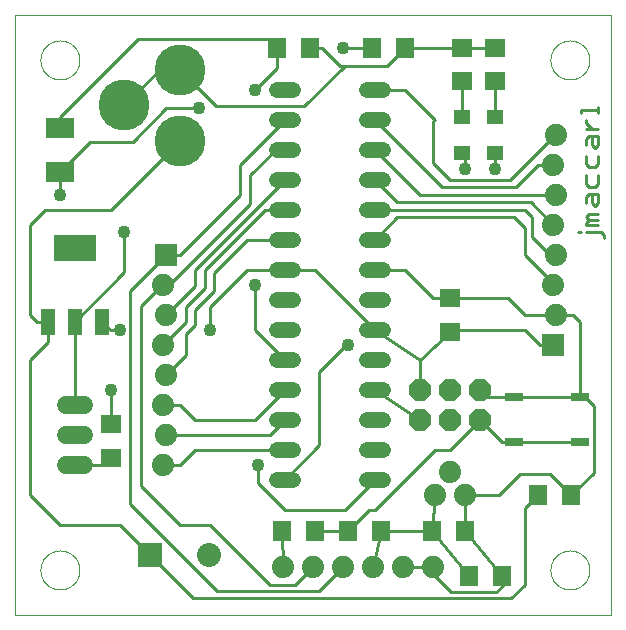
<source format=gtl>
G75*
%MOIN*%
%OFA0B0*%
%FSLAX25Y25*%
%IPPOS*%
%LPD*%
%AMOC8*
5,1,8,0,0,1.08239X$1,22.5*
%
%ADD10C,0.00000*%
%ADD11C,0.01100*%
%ADD12R,0.06299X0.07087*%
%ADD13R,0.07087X0.06299*%
%ADD14R,0.07400X0.07400*%
%ADD15C,0.07400*%
%ADD16OC8,0.07400*%
%ADD17C,0.17000*%
%ADD18R,0.08000X0.08000*%
%ADD19C,0.08000*%
%ADD20R,0.05512X0.04724*%
%ADD21C,0.06000*%
%ADD22R,0.06000X0.03000*%
%ADD23R,0.04800X0.08800*%
%ADD24R,0.14173X0.08661*%
%ADD25C,0.05200*%
%ADD26R,0.09449X0.06693*%
%ADD27C,0.04356*%
%ADD28C,0.01000*%
D10*
X0108333Y0001000D02*
X0108333Y0200961D01*
X0307034Y0200961D01*
X0307034Y0001000D01*
X0108333Y0001000D01*
X0116833Y0016000D02*
X0116835Y0016161D01*
X0116841Y0016321D01*
X0116851Y0016482D01*
X0116865Y0016642D01*
X0116883Y0016802D01*
X0116904Y0016961D01*
X0116930Y0017120D01*
X0116960Y0017278D01*
X0116993Y0017435D01*
X0117031Y0017592D01*
X0117072Y0017747D01*
X0117117Y0017901D01*
X0117166Y0018054D01*
X0117219Y0018206D01*
X0117275Y0018357D01*
X0117336Y0018506D01*
X0117399Y0018654D01*
X0117467Y0018800D01*
X0117538Y0018944D01*
X0117612Y0019086D01*
X0117690Y0019227D01*
X0117772Y0019365D01*
X0117857Y0019502D01*
X0117945Y0019636D01*
X0118037Y0019768D01*
X0118132Y0019898D01*
X0118230Y0020026D01*
X0118331Y0020151D01*
X0118435Y0020273D01*
X0118542Y0020393D01*
X0118652Y0020510D01*
X0118765Y0020625D01*
X0118881Y0020736D01*
X0119000Y0020845D01*
X0119121Y0020950D01*
X0119245Y0021053D01*
X0119371Y0021153D01*
X0119499Y0021249D01*
X0119630Y0021342D01*
X0119764Y0021432D01*
X0119899Y0021519D01*
X0120037Y0021602D01*
X0120176Y0021682D01*
X0120318Y0021758D01*
X0120461Y0021831D01*
X0120606Y0021900D01*
X0120753Y0021966D01*
X0120901Y0022028D01*
X0121051Y0022086D01*
X0121202Y0022141D01*
X0121355Y0022192D01*
X0121509Y0022239D01*
X0121664Y0022282D01*
X0121820Y0022321D01*
X0121976Y0022357D01*
X0122134Y0022388D01*
X0122292Y0022416D01*
X0122451Y0022440D01*
X0122611Y0022460D01*
X0122771Y0022476D01*
X0122931Y0022488D01*
X0123092Y0022496D01*
X0123253Y0022500D01*
X0123413Y0022500D01*
X0123574Y0022496D01*
X0123735Y0022488D01*
X0123895Y0022476D01*
X0124055Y0022460D01*
X0124215Y0022440D01*
X0124374Y0022416D01*
X0124532Y0022388D01*
X0124690Y0022357D01*
X0124846Y0022321D01*
X0125002Y0022282D01*
X0125157Y0022239D01*
X0125311Y0022192D01*
X0125464Y0022141D01*
X0125615Y0022086D01*
X0125765Y0022028D01*
X0125913Y0021966D01*
X0126060Y0021900D01*
X0126205Y0021831D01*
X0126348Y0021758D01*
X0126490Y0021682D01*
X0126629Y0021602D01*
X0126767Y0021519D01*
X0126902Y0021432D01*
X0127036Y0021342D01*
X0127167Y0021249D01*
X0127295Y0021153D01*
X0127421Y0021053D01*
X0127545Y0020950D01*
X0127666Y0020845D01*
X0127785Y0020736D01*
X0127901Y0020625D01*
X0128014Y0020510D01*
X0128124Y0020393D01*
X0128231Y0020273D01*
X0128335Y0020151D01*
X0128436Y0020026D01*
X0128534Y0019898D01*
X0128629Y0019768D01*
X0128721Y0019636D01*
X0128809Y0019502D01*
X0128894Y0019365D01*
X0128976Y0019227D01*
X0129054Y0019086D01*
X0129128Y0018944D01*
X0129199Y0018800D01*
X0129267Y0018654D01*
X0129330Y0018506D01*
X0129391Y0018357D01*
X0129447Y0018206D01*
X0129500Y0018054D01*
X0129549Y0017901D01*
X0129594Y0017747D01*
X0129635Y0017592D01*
X0129673Y0017435D01*
X0129706Y0017278D01*
X0129736Y0017120D01*
X0129762Y0016961D01*
X0129783Y0016802D01*
X0129801Y0016642D01*
X0129815Y0016482D01*
X0129825Y0016321D01*
X0129831Y0016161D01*
X0129833Y0016000D01*
X0129831Y0015839D01*
X0129825Y0015679D01*
X0129815Y0015518D01*
X0129801Y0015358D01*
X0129783Y0015198D01*
X0129762Y0015039D01*
X0129736Y0014880D01*
X0129706Y0014722D01*
X0129673Y0014565D01*
X0129635Y0014408D01*
X0129594Y0014253D01*
X0129549Y0014099D01*
X0129500Y0013946D01*
X0129447Y0013794D01*
X0129391Y0013643D01*
X0129330Y0013494D01*
X0129267Y0013346D01*
X0129199Y0013200D01*
X0129128Y0013056D01*
X0129054Y0012914D01*
X0128976Y0012773D01*
X0128894Y0012635D01*
X0128809Y0012498D01*
X0128721Y0012364D01*
X0128629Y0012232D01*
X0128534Y0012102D01*
X0128436Y0011974D01*
X0128335Y0011849D01*
X0128231Y0011727D01*
X0128124Y0011607D01*
X0128014Y0011490D01*
X0127901Y0011375D01*
X0127785Y0011264D01*
X0127666Y0011155D01*
X0127545Y0011050D01*
X0127421Y0010947D01*
X0127295Y0010847D01*
X0127167Y0010751D01*
X0127036Y0010658D01*
X0126902Y0010568D01*
X0126767Y0010481D01*
X0126629Y0010398D01*
X0126490Y0010318D01*
X0126348Y0010242D01*
X0126205Y0010169D01*
X0126060Y0010100D01*
X0125913Y0010034D01*
X0125765Y0009972D01*
X0125615Y0009914D01*
X0125464Y0009859D01*
X0125311Y0009808D01*
X0125157Y0009761D01*
X0125002Y0009718D01*
X0124846Y0009679D01*
X0124690Y0009643D01*
X0124532Y0009612D01*
X0124374Y0009584D01*
X0124215Y0009560D01*
X0124055Y0009540D01*
X0123895Y0009524D01*
X0123735Y0009512D01*
X0123574Y0009504D01*
X0123413Y0009500D01*
X0123253Y0009500D01*
X0123092Y0009504D01*
X0122931Y0009512D01*
X0122771Y0009524D01*
X0122611Y0009540D01*
X0122451Y0009560D01*
X0122292Y0009584D01*
X0122134Y0009612D01*
X0121976Y0009643D01*
X0121820Y0009679D01*
X0121664Y0009718D01*
X0121509Y0009761D01*
X0121355Y0009808D01*
X0121202Y0009859D01*
X0121051Y0009914D01*
X0120901Y0009972D01*
X0120753Y0010034D01*
X0120606Y0010100D01*
X0120461Y0010169D01*
X0120318Y0010242D01*
X0120176Y0010318D01*
X0120037Y0010398D01*
X0119899Y0010481D01*
X0119764Y0010568D01*
X0119630Y0010658D01*
X0119499Y0010751D01*
X0119371Y0010847D01*
X0119245Y0010947D01*
X0119121Y0011050D01*
X0119000Y0011155D01*
X0118881Y0011264D01*
X0118765Y0011375D01*
X0118652Y0011490D01*
X0118542Y0011607D01*
X0118435Y0011727D01*
X0118331Y0011849D01*
X0118230Y0011974D01*
X0118132Y0012102D01*
X0118037Y0012232D01*
X0117945Y0012364D01*
X0117857Y0012498D01*
X0117772Y0012635D01*
X0117690Y0012773D01*
X0117612Y0012914D01*
X0117538Y0013056D01*
X0117467Y0013200D01*
X0117399Y0013346D01*
X0117336Y0013494D01*
X0117275Y0013643D01*
X0117219Y0013794D01*
X0117166Y0013946D01*
X0117117Y0014099D01*
X0117072Y0014253D01*
X0117031Y0014408D01*
X0116993Y0014565D01*
X0116960Y0014722D01*
X0116930Y0014880D01*
X0116904Y0015039D01*
X0116883Y0015198D01*
X0116865Y0015358D01*
X0116851Y0015518D01*
X0116841Y0015679D01*
X0116835Y0015839D01*
X0116833Y0016000D01*
X0286833Y0016000D02*
X0286835Y0016161D01*
X0286841Y0016321D01*
X0286851Y0016482D01*
X0286865Y0016642D01*
X0286883Y0016802D01*
X0286904Y0016961D01*
X0286930Y0017120D01*
X0286960Y0017278D01*
X0286993Y0017435D01*
X0287031Y0017592D01*
X0287072Y0017747D01*
X0287117Y0017901D01*
X0287166Y0018054D01*
X0287219Y0018206D01*
X0287275Y0018357D01*
X0287336Y0018506D01*
X0287399Y0018654D01*
X0287467Y0018800D01*
X0287538Y0018944D01*
X0287612Y0019086D01*
X0287690Y0019227D01*
X0287772Y0019365D01*
X0287857Y0019502D01*
X0287945Y0019636D01*
X0288037Y0019768D01*
X0288132Y0019898D01*
X0288230Y0020026D01*
X0288331Y0020151D01*
X0288435Y0020273D01*
X0288542Y0020393D01*
X0288652Y0020510D01*
X0288765Y0020625D01*
X0288881Y0020736D01*
X0289000Y0020845D01*
X0289121Y0020950D01*
X0289245Y0021053D01*
X0289371Y0021153D01*
X0289499Y0021249D01*
X0289630Y0021342D01*
X0289764Y0021432D01*
X0289899Y0021519D01*
X0290037Y0021602D01*
X0290176Y0021682D01*
X0290318Y0021758D01*
X0290461Y0021831D01*
X0290606Y0021900D01*
X0290753Y0021966D01*
X0290901Y0022028D01*
X0291051Y0022086D01*
X0291202Y0022141D01*
X0291355Y0022192D01*
X0291509Y0022239D01*
X0291664Y0022282D01*
X0291820Y0022321D01*
X0291976Y0022357D01*
X0292134Y0022388D01*
X0292292Y0022416D01*
X0292451Y0022440D01*
X0292611Y0022460D01*
X0292771Y0022476D01*
X0292931Y0022488D01*
X0293092Y0022496D01*
X0293253Y0022500D01*
X0293413Y0022500D01*
X0293574Y0022496D01*
X0293735Y0022488D01*
X0293895Y0022476D01*
X0294055Y0022460D01*
X0294215Y0022440D01*
X0294374Y0022416D01*
X0294532Y0022388D01*
X0294690Y0022357D01*
X0294846Y0022321D01*
X0295002Y0022282D01*
X0295157Y0022239D01*
X0295311Y0022192D01*
X0295464Y0022141D01*
X0295615Y0022086D01*
X0295765Y0022028D01*
X0295913Y0021966D01*
X0296060Y0021900D01*
X0296205Y0021831D01*
X0296348Y0021758D01*
X0296490Y0021682D01*
X0296629Y0021602D01*
X0296767Y0021519D01*
X0296902Y0021432D01*
X0297036Y0021342D01*
X0297167Y0021249D01*
X0297295Y0021153D01*
X0297421Y0021053D01*
X0297545Y0020950D01*
X0297666Y0020845D01*
X0297785Y0020736D01*
X0297901Y0020625D01*
X0298014Y0020510D01*
X0298124Y0020393D01*
X0298231Y0020273D01*
X0298335Y0020151D01*
X0298436Y0020026D01*
X0298534Y0019898D01*
X0298629Y0019768D01*
X0298721Y0019636D01*
X0298809Y0019502D01*
X0298894Y0019365D01*
X0298976Y0019227D01*
X0299054Y0019086D01*
X0299128Y0018944D01*
X0299199Y0018800D01*
X0299267Y0018654D01*
X0299330Y0018506D01*
X0299391Y0018357D01*
X0299447Y0018206D01*
X0299500Y0018054D01*
X0299549Y0017901D01*
X0299594Y0017747D01*
X0299635Y0017592D01*
X0299673Y0017435D01*
X0299706Y0017278D01*
X0299736Y0017120D01*
X0299762Y0016961D01*
X0299783Y0016802D01*
X0299801Y0016642D01*
X0299815Y0016482D01*
X0299825Y0016321D01*
X0299831Y0016161D01*
X0299833Y0016000D01*
X0299831Y0015839D01*
X0299825Y0015679D01*
X0299815Y0015518D01*
X0299801Y0015358D01*
X0299783Y0015198D01*
X0299762Y0015039D01*
X0299736Y0014880D01*
X0299706Y0014722D01*
X0299673Y0014565D01*
X0299635Y0014408D01*
X0299594Y0014253D01*
X0299549Y0014099D01*
X0299500Y0013946D01*
X0299447Y0013794D01*
X0299391Y0013643D01*
X0299330Y0013494D01*
X0299267Y0013346D01*
X0299199Y0013200D01*
X0299128Y0013056D01*
X0299054Y0012914D01*
X0298976Y0012773D01*
X0298894Y0012635D01*
X0298809Y0012498D01*
X0298721Y0012364D01*
X0298629Y0012232D01*
X0298534Y0012102D01*
X0298436Y0011974D01*
X0298335Y0011849D01*
X0298231Y0011727D01*
X0298124Y0011607D01*
X0298014Y0011490D01*
X0297901Y0011375D01*
X0297785Y0011264D01*
X0297666Y0011155D01*
X0297545Y0011050D01*
X0297421Y0010947D01*
X0297295Y0010847D01*
X0297167Y0010751D01*
X0297036Y0010658D01*
X0296902Y0010568D01*
X0296767Y0010481D01*
X0296629Y0010398D01*
X0296490Y0010318D01*
X0296348Y0010242D01*
X0296205Y0010169D01*
X0296060Y0010100D01*
X0295913Y0010034D01*
X0295765Y0009972D01*
X0295615Y0009914D01*
X0295464Y0009859D01*
X0295311Y0009808D01*
X0295157Y0009761D01*
X0295002Y0009718D01*
X0294846Y0009679D01*
X0294690Y0009643D01*
X0294532Y0009612D01*
X0294374Y0009584D01*
X0294215Y0009560D01*
X0294055Y0009540D01*
X0293895Y0009524D01*
X0293735Y0009512D01*
X0293574Y0009504D01*
X0293413Y0009500D01*
X0293253Y0009500D01*
X0293092Y0009504D01*
X0292931Y0009512D01*
X0292771Y0009524D01*
X0292611Y0009540D01*
X0292451Y0009560D01*
X0292292Y0009584D01*
X0292134Y0009612D01*
X0291976Y0009643D01*
X0291820Y0009679D01*
X0291664Y0009718D01*
X0291509Y0009761D01*
X0291355Y0009808D01*
X0291202Y0009859D01*
X0291051Y0009914D01*
X0290901Y0009972D01*
X0290753Y0010034D01*
X0290606Y0010100D01*
X0290461Y0010169D01*
X0290318Y0010242D01*
X0290176Y0010318D01*
X0290037Y0010398D01*
X0289899Y0010481D01*
X0289764Y0010568D01*
X0289630Y0010658D01*
X0289499Y0010751D01*
X0289371Y0010847D01*
X0289245Y0010947D01*
X0289121Y0011050D01*
X0289000Y0011155D01*
X0288881Y0011264D01*
X0288765Y0011375D01*
X0288652Y0011490D01*
X0288542Y0011607D01*
X0288435Y0011727D01*
X0288331Y0011849D01*
X0288230Y0011974D01*
X0288132Y0012102D01*
X0288037Y0012232D01*
X0287945Y0012364D01*
X0287857Y0012498D01*
X0287772Y0012635D01*
X0287690Y0012773D01*
X0287612Y0012914D01*
X0287538Y0013056D01*
X0287467Y0013200D01*
X0287399Y0013346D01*
X0287336Y0013494D01*
X0287275Y0013643D01*
X0287219Y0013794D01*
X0287166Y0013946D01*
X0287117Y0014099D01*
X0287072Y0014253D01*
X0287031Y0014408D01*
X0286993Y0014565D01*
X0286960Y0014722D01*
X0286930Y0014880D01*
X0286904Y0015039D01*
X0286883Y0015198D01*
X0286865Y0015358D01*
X0286851Y0015518D01*
X0286841Y0015679D01*
X0286835Y0015839D01*
X0286833Y0016000D01*
X0286833Y0186000D02*
X0286835Y0186161D01*
X0286841Y0186321D01*
X0286851Y0186482D01*
X0286865Y0186642D01*
X0286883Y0186802D01*
X0286904Y0186961D01*
X0286930Y0187120D01*
X0286960Y0187278D01*
X0286993Y0187435D01*
X0287031Y0187592D01*
X0287072Y0187747D01*
X0287117Y0187901D01*
X0287166Y0188054D01*
X0287219Y0188206D01*
X0287275Y0188357D01*
X0287336Y0188506D01*
X0287399Y0188654D01*
X0287467Y0188800D01*
X0287538Y0188944D01*
X0287612Y0189086D01*
X0287690Y0189227D01*
X0287772Y0189365D01*
X0287857Y0189502D01*
X0287945Y0189636D01*
X0288037Y0189768D01*
X0288132Y0189898D01*
X0288230Y0190026D01*
X0288331Y0190151D01*
X0288435Y0190273D01*
X0288542Y0190393D01*
X0288652Y0190510D01*
X0288765Y0190625D01*
X0288881Y0190736D01*
X0289000Y0190845D01*
X0289121Y0190950D01*
X0289245Y0191053D01*
X0289371Y0191153D01*
X0289499Y0191249D01*
X0289630Y0191342D01*
X0289764Y0191432D01*
X0289899Y0191519D01*
X0290037Y0191602D01*
X0290176Y0191682D01*
X0290318Y0191758D01*
X0290461Y0191831D01*
X0290606Y0191900D01*
X0290753Y0191966D01*
X0290901Y0192028D01*
X0291051Y0192086D01*
X0291202Y0192141D01*
X0291355Y0192192D01*
X0291509Y0192239D01*
X0291664Y0192282D01*
X0291820Y0192321D01*
X0291976Y0192357D01*
X0292134Y0192388D01*
X0292292Y0192416D01*
X0292451Y0192440D01*
X0292611Y0192460D01*
X0292771Y0192476D01*
X0292931Y0192488D01*
X0293092Y0192496D01*
X0293253Y0192500D01*
X0293413Y0192500D01*
X0293574Y0192496D01*
X0293735Y0192488D01*
X0293895Y0192476D01*
X0294055Y0192460D01*
X0294215Y0192440D01*
X0294374Y0192416D01*
X0294532Y0192388D01*
X0294690Y0192357D01*
X0294846Y0192321D01*
X0295002Y0192282D01*
X0295157Y0192239D01*
X0295311Y0192192D01*
X0295464Y0192141D01*
X0295615Y0192086D01*
X0295765Y0192028D01*
X0295913Y0191966D01*
X0296060Y0191900D01*
X0296205Y0191831D01*
X0296348Y0191758D01*
X0296490Y0191682D01*
X0296629Y0191602D01*
X0296767Y0191519D01*
X0296902Y0191432D01*
X0297036Y0191342D01*
X0297167Y0191249D01*
X0297295Y0191153D01*
X0297421Y0191053D01*
X0297545Y0190950D01*
X0297666Y0190845D01*
X0297785Y0190736D01*
X0297901Y0190625D01*
X0298014Y0190510D01*
X0298124Y0190393D01*
X0298231Y0190273D01*
X0298335Y0190151D01*
X0298436Y0190026D01*
X0298534Y0189898D01*
X0298629Y0189768D01*
X0298721Y0189636D01*
X0298809Y0189502D01*
X0298894Y0189365D01*
X0298976Y0189227D01*
X0299054Y0189086D01*
X0299128Y0188944D01*
X0299199Y0188800D01*
X0299267Y0188654D01*
X0299330Y0188506D01*
X0299391Y0188357D01*
X0299447Y0188206D01*
X0299500Y0188054D01*
X0299549Y0187901D01*
X0299594Y0187747D01*
X0299635Y0187592D01*
X0299673Y0187435D01*
X0299706Y0187278D01*
X0299736Y0187120D01*
X0299762Y0186961D01*
X0299783Y0186802D01*
X0299801Y0186642D01*
X0299815Y0186482D01*
X0299825Y0186321D01*
X0299831Y0186161D01*
X0299833Y0186000D01*
X0299831Y0185839D01*
X0299825Y0185679D01*
X0299815Y0185518D01*
X0299801Y0185358D01*
X0299783Y0185198D01*
X0299762Y0185039D01*
X0299736Y0184880D01*
X0299706Y0184722D01*
X0299673Y0184565D01*
X0299635Y0184408D01*
X0299594Y0184253D01*
X0299549Y0184099D01*
X0299500Y0183946D01*
X0299447Y0183794D01*
X0299391Y0183643D01*
X0299330Y0183494D01*
X0299267Y0183346D01*
X0299199Y0183200D01*
X0299128Y0183056D01*
X0299054Y0182914D01*
X0298976Y0182773D01*
X0298894Y0182635D01*
X0298809Y0182498D01*
X0298721Y0182364D01*
X0298629Y0182232D01*
X0298534Y0182102D01*
X0298436Y0181974D01*
X0298335Y0181849D01*
X0298231Y0181727D01*
X0298124Y0181607D01*
X0298014Y0181490D01*
X0297901Y0181375D01*
X0297785Y0181264D01*
X0297666Y0181155D01*
X0297545Y0181050D01*
X0297421Y0180947D01*
X0297295Y0180847D01*
X0297167Y0180751D01*
X0297036Y0180658D01*
X0296902Y0180568D01*
X0296767Y0180481D01*
X0296629Y0180398D01*
X0296490Y0180318D01*
X0296348Y0180242D01*
X0296205Y0180169D01*
X0296060Y0180100D01*
X0295913Y0180034D01*
X0295765Y0179972D01*
X0295615Y0179914D01*
X0295464Y0179859D01*
X0295311Y0179808D01*
X0295157Y0179761D01*
X0295002Y0179718D01*
X0294846Y0179679D01*
X0294690Y0179643D01*
X0294532Y0179612D01*
X0294374Y0179584D01*
X0294215Y0179560D01*
X0294055Y0179540D01*
X0293895Y0179524D01*
X0293735Y0179512D01*
X0293574Y0179504D01*
X0293413Y0179500D01*
X0293253Y0179500D01*
X0293092Y0179504D01*
X0292931Y0179512D01*
X0292771Y0179524D01*
X0292611Y0179540D01*
X0292451Y0179560D01*
X0292292Y0179584D01*
X0292134Y0179612D01*
X0291976Y0179643D01*
X0291820Y0179679D01*
X0291664Y0179718D01*
X0291509Y0179761D01*
X0291355Y0179808D01*
X0291202Y0179859D01*
X0291051Y0179914D01*
X0290901Y0179972D01*
X0290753Y0180034D01*
X0290606Y0180100D01*
X0290461Y0180169D01*
X0290318Y0180242D01*
X0290176Y0180318D01*
X0290037Y0180398D01*
X0289899Y0180481D01*
X0289764Y0180568D01*
X0289630Y0180658D01*
X0289499Y0180751D01*
X0289371Y0180847D01*
X0289245Y0180947D01*
X0289121Y0181050D01*
X0289000Y0181155D01*
X0288881Y0181264D01*
X0288765Y0181375D01*
X0288652Y0181490D01*
X0288542Y0181607D01*
X0288435Y0181727D01*
X0288331Y0181849D01*
X0288230Y0181974D01*
X0288132Y0182102D01*
X0288037Y0182232D01*
X0287945Y0182364D01*
X0287857Y0182498D01*
X0287772Y0182635D01*
X0287690Y0182773D01*
X0287612Y0182914D01*
X0287538Y0183056D01*
X0287467Y0183200D01*
X0287399Y0183346D01*
X0287336Y0183494D01*
X0287275Y0183643D01*
X0287219Y0183794D01*
X0287166Y0183946D01*
X0287117Y0184099D01*
X0287072Y0184253D01*
X0287031Y0184408D01*
X0286993Y0184565D01*
X0286960Y0184722D01*
X0286930Y0184880D01*
X0286904Y0185039D01*
X0286883Y0185198D01*
X0286865Y0185358D01*
X0286851Y0185518D01*
X0286841Y0185679D01*
X0286835Y0185839D01*
X0286833Y0186000D01*
X0116833Y0186000D02*
X0116835Y0186161D01*
X0116841Y0186321D01*
X0116851Y0186482D01*
X0116865Y0186642D01*
X0116883Y0186802D01*
X0116904Y0186961D01*
X0116930Y0187120D01*
X0116960Y0187278D01*
X0116993Y0187435D01*
X0117031Y0187592D01*
X0117072Y0187747D01*
X0117117Y0187901D01*
X0117166Y0188054D01*
X0117219Y0188206D01*
X0117275Y0188357D01*
X0117336Y0188506D01*
X0117399Y0188654D01*
X0117467Y0188800D01*
X0117538Y0188944D01*
X0117612Y0189086D01*
X0117690Y0189227D01*
X0117772Y0189365D01*
X0117857Y0189502D01*
X0117945Y0189636D01*
X0118037Y0189768D01*
X0118132Y0189898D01*
X0118230Y0190026D01*
X0118331Y0190151D01*
X0118435Y0190273D01*
X0118542Y0190393D01*
X0118652Y0190510D01*
X0118765Y0190625D01*
X0118881Y0190736D01*
X0119000Y0190845D01*
X0119121Y0190950D01*
X0119245Y0191053D01*
X0119371Y0191153D01*
X0119499Y0191249D01*
X0119630Y0191342D01*
X0119764Y0191432D01*
X0119899Y0191519D01*
X0120037Y0191602D01*
X0120176Y0191682D01*
X0120318Y0191758D01*
X0120461Y0191831D01*
X0120606Y0191900D01*
X0120753Y0191966D01*
X0120901Y0192028D01*
X0121051Y0192086D01*
X0121202Y0192141D01*
X0121355Y0192192D01*
X0121509Y0192239D01*
X0121664Y0192282D01*
X0121820Y0192321D01*
X0121976Y0192357D01*
X0122134Y0192388D01*
X0122292Y0192416D01*
X0122451Y0192440D01*
X0122611Y0192460D01*
X0122771Y0192476D01*
X0122931Y0192488D01*
X0123092Y0192496D01*
X0123253Y0192500D01*
X0123413Y0192500D01*
X0123574Y0192496D01*
X0123735Y0192488D01*
X0123895Y0192476D01*
X0124055Y0192460D01*
X0124215Y0192440D01*
X0124374Y0192416D01*
X0124532Y0192388D01*
X0124690Y0192357D01*
X0124846Y0192321D01*
X0125002Y0192282D01*
X0125157Y0192239D01*
X0125311Y0192192D01*
X0125464Y0192141D01*
X0125615Y0192086D01*
X0125765Y0192028D01*
X0125913Y0191966D01*
X0126060Y0191900D01*
X0126205Y0191831D01*
X0126348Y0191758D01*
X0126490Y0191682D01*
X0126629Y0191602D01*
X0126767Y0191519D01*
X0126902Y0191432D01*
X0127036Y0191342D01*
X0127167Y0191249D01*
X0127295Y0191153D01*
X0127421Y0191053D01*
X0127545Y0190950D01*
X0127666Y0190845D01*
X0127785Y0190736D01*
X0127901Y0190625D01*
X0128014Y0190510D01*
X0128124Y0190393D01*
X0128231Y0190273D01*
X0128335Y0190151D01*
X0128436Y0190026D01*
X0128534Y0189898D01*
X0128629Y0189768D01*
X0128721Y0189636D01*
X0128809Y0189502D01*
X0128894Y0189365D01*
X0128976Y0189227D01*
X0129054Y0189086D01*
X0129128Y0188944D01*
X0129199Y0188800D01*
X0129267Y0188654D01*
X0129330Y0188506D01*
X0129391Y0188357D01*
X0129447Y0188206D01*
X0129500Y0188054D01*
X0129549Y0187901D01*
X0129594Y0187747D01*
X0129635Y0187592D01*
X0129673Y0187435D01*
X0129706Y0187278D01*
X0129736Y0187120D01*
X0129762Y0186961D01*
X0129783Y0186802D01*
X0129801Y0186642D01*
X0129815Y0186482D01*
X0129825Y0186321D01*
X0129831Y0186161D01*
X0129833Y0186000D01*
X0129831Y0185839D01*
X0129825Y0185679D01*
X0129815Y0185518D01*
X0129801Y0185358D01*
X0129783Y0185198D01*
X0129762Y0185039D01*
X0129736Y0184880D01*
X0129706Y0184722D01*
X0129673Y0184565D01*
X0129635Y0184408D01*
X0129594Y0184253D01*
X0129549Y0184099D01*
X0129500Y0183946D01*
X0129447Y0183794D01*
X0129391Y0183643D01*
X0129330Y0183494D01*
X0129267Y0183346D01*
X0129199Y0183200D01*
X0129128Y0183056D01*
X0129054Y0182914D01*
X0128976Y0182773D01*
X0128894Y0182635D01*
X0128809Y0182498D01*
X0128721Y0182364D01*
X0128629Y0182232D01*
X0128534Y0182102D01*
X0128436Y0181974D01*
X0128335Y0181849D01*
X0128231Y0181727D01*
X0128124Y0181607D01*
X0128014Y0181490D01*
X0127901Y0181375D01*
X0127785Y0181264D01*
X0127666Y0181155D01*
X0127545Y0181050D01*
X0127421Y0180947D01*
X0127295Y0180847D01*
X0127167Y0180751D01*
X0127036Y0180658D01*
X0126902Y0180568D01*
X0126767Y0180481D01*
X0126629Y0180398D01*
X0126490Y0180318D01*
X0126348Y0180242D01*
X0126205Y0180169D01*
X0126060Y0180100D01*
X0125913Y0180034D01*
X0125765Y0179972D01*
X0125615Y0179914D01*
X0125464Y0179859D01*
X0125311Y0179808D01*
X0125157Y0179761D01*
X0125002Y0179718D01*
X0124846Y0179679D01*
X0124690Y0179643D01*
X0124532Y0179612D01*
X0124374Y0179584D01*
X0124215Y0179560D01*
X0124055Y0179540D01*
X0123895Y0179524D01*
X0123735Y0179512D01*
X0123574Y0179504D01*
X0123413Y0179500D01*
X0123253Y0179500D01*
X0123092Y0179504D01*
X0122931Y0179512D01*
X0122771Y0179524D01*
X0122611Y0179540D01*
X0122451Y0179560D01*
X0122292Y0179584D01*
X0122134Y0179612D01*
X0121976Y0179643D01*
X0121820Y0179679D01*
X0121664Y0179718D01*
X0121509Y0179761D01*
X0121355Y0179808D01*
X0121202Y0179859D01*
X0121051Y0179914D01*
X0120901Y0179972D01*
X0120753Y0180034D01*
X0120606Y0180100D01*
X0120461Y0180169D01*
X0120318Y0180242D01*
X0120176Y0180318D01*
X0120037Y0180398D01*
X0119899Y0180481D01*
X0119764Y0180568D01*
X0119630Y0180658D01*
X0119499Y0180751D01*
X0119371Y0180847D01*
X0119245Y0180947D01*
X0119121Y0181050D01*
X0119000Y0181155D01*
X0118881Y0181264D01*
X0118765Y0181375D01*
X0118652Y0181490D01*
X0118542Y0181607D01*
X0118435Y0181727D01*
X0118331Y0181849D01*
X0118230Y0181974D01*
X0118132Y0182102D01*
X0118037Y0182232D01*
X0117945Y0182364D01*
X0117857Y0182498D01*
X0117772Y0182635D01*
X0117690Y0182773D01*
X0117612Y0182914D01*
X0117538Y0183056D01*
X0117467Y0183200D01*
X0117399Y0183346D01*
X0117336Y0183494D01*
X0117275Y0183643D01*
X0117219Y0183794D01*
X0117166Y0183946D01*
X0117117Y0184099D01*
X0117072Y0184253D01*
X0117031Y0184408D01*
X0116993Y0184565D01*
X0116960Y0184722D01*
X0116930Y0184880D01*
X0116904Y0185039D01*
X0116883Y0185198D01*
X0116865Y0185358D01*
X0116851Y0185518D01*
X0116841Y0185679D01*
X0116835Y0185839D01*
X0116833Y0186000D01*
D11*
X0295894Y0128518D02*
X0296878Y0128518D01*
X0298847Y0128518D02*
X0303767Y0128518D01*
X0304752Y0127534D01*
X0304752Y0126550D01*
X0302783Y0130847D02*
X0298847Y0130847D01*
X0298847Y0131831D01*
X0299831Y0132815D01*
X0298847Y0133800D01*
X0299831Y0134784D01*
X0302783Y0134784D01*
X0302783Y0132815D02*
X0299831Y0132815D01*
X0301799Y0137292D02*
X0300815Y0138277D01*
X0300815Y0141229D01*
X0299831Y0141229D02*
X0302783Y0141229D01*
X0302783Y0138277D01*
X0301799Y0137292D01*
X0298847Y0138277D02*
X0298847Y0140245D01*
X0299831Y0141229D01*
X0299831Y0143738D02*
X0301799Y0143738D01*
X0302783Y0144722D01*
X0302783Y0147675D01*
X0301799Y0150183D02*
X0299831Y0150183D01*
X0298847Y0151168D01*
X0298847Y0154120D01*
X0298847Y0157613D02*
X0298847Y0159582D01*
X0299831Y0160566D01*
X0302783Y0160566D01*
X0302783Y0157613D01*
X0301799Y0156629D01*
X0300815Y0157613D01*
X0300815Y0160566D01*
X0300815Y0163074D02*
X0298847Y0165043D01*
X0298847Y0166027D01*
X0296878Y0168446D02*
X0296878Y0169430D01*
X0302783Y0169430D01*
X0302783Y0168446D02*
X0302783Y0170414D01*
X0302783Y0163074D02*
X0298847Y0163074D01*
X0302783Y0154120D02*
X0302783Y0151168D01*
X0301799Y0150183D01*
X0298847Y0147675D02*
X0298847Y0144722D01*
X0299831Y0143738D01*
D12*
X0238345Y0190000D03*
X0227322Y0190000D03*
X0206845Y0190000D03*
X0195822Y0190000D03*
X0282822Y0041000D03*
X0293845Y0041000D03*
X0258345Y0029000D03*
X0247322Y0029000D03*
X0230345Y0029000D03*
X0219322Y0029000D03*
X0208345Y0029000D03*
X0197322Y0029000D03*
X0259822Y0014000D03*
X0270845Y0014000D03*
D13*
X0140333Y0053488D03*
X0140333Y0064512D03*
X0253333Y0095488D03*
X0253333Y0106512D03*
X0257333Y0178988D03*
X0268333Y0178988D03*
X0268333Y0190012D03*
X0257333Y0190012D03*
D14*
X0158833Y0121000D03*
X0287833Y0091000D03*
D15*
X0288833Y0101000D03*
X0287833Y0111000D03*
X0288833Y0121000D03*
X0287833Y0131000D03*
X0288833Y0141000D03*
X0287833Y0151000D03*
X0288833Y0161000D03*
X0157833Y0111000D03*
X0158833Y0101000D03*
X0157833Y0091000D03*
X0158833Y0081000D03*
X0157833Y0071000D03*
X0158833Y0061000D03*
X0157833Y0051000D03*
X0197833Y0017000D03*
X0207833Y0017000D03*
X0217833Y0017000D03*
X0227833Y0017000D03*
X0237833Y0017000D03*
X0247833Y0017000D03*
X0248333Y0041000D03*
X0253333Y0048500D03*
X0258333Y0041000D03*
D16*
X0253333Y0066000D03*
X0243333Y0066000D03*
X0243333Y0076000D03*
X0253333Y0076000D03*
X0263333Y0076000D03*
X0263333Y0066000D03*
D17*
X0163333Y0159063D03*
X0144829Y0170874D03*
X0163333Y0182685D03*
D18*
X0153333Y0021000D03*
D19*
X0173018Y0021000D03*
D20*
X0257333Y0155094D03*
X0268333Y0155094D03*
X0268333Y0166906D03*
X0257333Y0166906D03*
D21*
X0131333Y0071000D02*
X0125333Y0071000D01*
X0125333Y0061000D02*
X0131333Y0061000D01*
X0131333Y0051000D02*
X0125333Y0051000D01*
D22*
X0274833Y0058500D03*
X0274833Y0073500D03*
X0296833Y0073500D03*
X0296833Y0058500D03*
D23*
X0137433Y0098800D03*
X0128333Y0098800D03*
X0119233Y0098800D03*
D24*
X0128333Y0123201D03*
D25*
X0195733Y0126000D02*
X0200933Y0126000D01*
X0200933Y0116000D02*
X0195733Y0116000D01*
X0195733Y0106000D02*
X0200933Y0106000D01*
X0200933Y0096000D02*
X0195733Y0096000D01*
X0195733Y0086000D02*
X0200933Y0086000D01*
X0200933Y0076000D02*
X0195733Y0076000D01*
X0195733Y0066000D02*
X0200933Y0066000D01*
X0200933Y0056000D02*
X0195733Y0056000D01*
X0195733Y0046000D02*
X0200933Y0046000D01*
X0225733Y0046000D02*
X0230933Y0046000D01*
X0230933Y0056000D02*
X0225733Y0056000D01*
X0225733Y0066000D02*
X0230933Y0066000D01*
X0230933Y0076000D02*
X0225733Y0076000D01*
X0225733Y0086000D02*
X0230933Y0086000D01*
X0230933Y0096000D02*
X0225733Y0096000D01*
X0225733Y0106000D02*
X0230933Y0106000D01*
X0230933Y0116000D02*
X0225733Y0116000D01*
X0225733Y0126000D02*
X0230933Y0126000D01*
X0230933Y0136000D02*
X0225733Y0136000D01*
X0225733Y0146000D02*
X0230933Y0146000D01*
X0230933Y0156000D02*
X0225733Y0156000D01*
X0225733Y0166000D02*
X0230933Y0166000D01*
X0230933Y0176000D02*
X0225733Y0176000D01*
X0200933Y0176000D02*
X0195733Y0176000D01*
X0195733Y0166000D02*
X0200933Y0166000D01*
X0200933Y0156000D02*
X0195733Y0156000D01*
X0195733Y0146000D02*
X0200933Y0146000D01*
X0200933Y0136000D02*
X0195733Y0136000D01*
D26*
X0123333Y0148717D03*
X0123333Y0163283D03*
D27*
X0123333Y0141000D03*
X0144829Y0128500D03*
X0188333Y0111000D03*
X0173333Y0096000D03*
X0143333Y0096000D03*
X0140333Y0076000D03*
X0189333Y0051000D03*
X0219333Y0091000D03*
X0258333Y0149500D03*
X0268333Y0149500D03*
X0217833Y0190000D03*
X0188333Y0176000D03*
X0169833Y0170000D03*
D28*
X0158833Y0170000D01*
X0147550Y0158717D01*
X0133333Y0158717D01*
X0123333Y0148717D01*
X0123333Y0141000D01*
X0118333Y0136000D02*
X0140270Y0136000D01*
X0163333Y0159063D01*
X0175518Y0170500D02*
X0163333Y0182685D01*
X0156640Y0182685D01*
X0144829Y0170874D01*
X0123333Y0167000D02*
X0123333Y0163283D01*
X0123333Y0167000D02*
X0149333Y0193000D01*
X0192822Y0193000D01*
X0195822Y0190000D01*
X0195822Y0183488D01*
X0188333Y0176000D01*
X0175518Y0170500D02*
X0204833Y0170500D01*
X0218333Y0184000D01*
X0232345Y0184000D01*
X0238345Y0190000D01*
X0257322Y0190000D01*
X0257333Y0190012D01*
X0268333Y0190012D01*
X0268333Y0178988D02*
X0268333Y0166906D01*
X0257333Y0166906D02*
X0257333Y0178988D01*
X0248333Y0166000D02*
X0238333Y0176000D01*
X0228333Y0176000D01*
X0218333Y0184000D02*
X0216833Y0184000D01*
X0210833Y0190000D01*
X0206845Y0190000D01*
X0217833Y0190000D02*
X0227322Y0190000D01*
X0195822Y0190000D02*
X0193833Y0191000D01*
X0198333Y0166000D02*
X0183333Y0151000D01*
X0183333Y0141000D01*
X0163333Y0121000D01*
X0158833Y0121000D01*
X0146833Y0109000D01*
X0146833Y0038000D01*
X0175833Y0009000D01*
X0209833Y0009000D01*
X0217833Y0017000D01*
X0207833Y0017000D02*
X0201833Y0011000D01*
X0193333Y0011000D01*
X0173333Y0031000D01*
X0163333Y0031000D01*
X0150333Y0044000D01*
X0150333Y0104000D01*
X0157333Y0111000D01*
X0157833Y0111000D01*
X0159833Y0111000D01*
X0186833Y0138000D01*
X0186833Y0147500D01*
X0195333Y0156000D01*
X0198333Y0156000D01*
X0198333Y0146000D02*
X0168333Y0116000D01*
X0168333Y0110500D01*
X0158833Y0101000D01*
X0165333Y0098500D02*
X0165333Y0103500D01*
X0171833Y0110000D01*
X0171833Y0116000D01*
X0191833Y0136000D01*
X0198333Y0136000D01*
X0198333Y0135500D01*
X0198333Y0126000D02*
X0185833Y0126000D01*
X0174833Y0115000D01*
X0174833Y0109000D01*
X0168333Y0102500D01*
X0168333Y0097500D01*
X0165333Y0094500D01*
X0165333Y0087500D01*
X0158833Y0081000D01*
X0157833Y0071000D02*
X0163333Y0071000D01*
X0168333Y0066000D01*
X0188333Y0066000D01*
X0198333Y0076000D01*
X0209833Y0082000D02*
X0209833Y0057500D01*
X0198333Y0046000D01*
X0189333Y0045000D02*
X0189333Y0051000D01*
X0198333Y0056000D02*
X0168333Y0056000D01*
X0163333Y0051000D01*
X0157833Y0051000D01*
X0158833Y0061000D02*
X0193333Y0061000D01*
X0198333Y0066000D01*
X0209833Y0082000D02*
X0218833Y0091000D01*
X0219333Y0091000D01*
X0228333Y0096000D02*
X0208333Y0116000D01*
X0198333Y0116000D01*
X0185833Y0116000D01*
X0173333Y0103500D01*
X0173333Y0096000D01*
X0165333Y0098500D02*
X0157833Y0091000D01*
X0143333Y0096000D02*
X0140233Y0096000D01*
X0137433Y0098800D01*
X0128333Y0098800D02*
X0144829Y0115296D01*
X0144829Y0128500D01*
X0118333Y0136000D02*
X0113333Y0131000D01*
X0113333Y0101000D01*
X0115533Y0098800D01*
X0119233Y0098800D01*
X0119233Y0091900D01*
X0113333Y0086000D01*
X0113333Y0041000D01*
X0123333Y0031000D01*
X0143333Y0031000D01*
X0153333Y0021000D01*
X0167833Y0006500D01*
X0273833Y0006500D01*
X0278333Y0011000D01*
X0278333Y0036512D01*
X0282822Y0041000D01*
X0286845Y0048000D02*
X0276833Y0048000D01*
X0269833Y0041000D01*
X0258333Y0041000D01*
X0258345Y0029000D01*
X0270845Y0014000D01*
X0271333Y0013512D01*
X0271333Y0011000D01*
X0268833Y0008500D01*
X0253833Y0008500D01*
X0247833Y0014500D01*
X0247833Y0017000D01*
X0237833Y0017000D01*
X0227833Y0017000D02*
X0230345Y0029000D01*
X0247322Y0029000D01*
X0248333Y0041000D01*
X0248333Y0056000D02*
X0228333Y0036000D01*
X0226322Y0036000D01*
X0219322Y0029000D01*
X0208345Y0029000D01*
X0197322Y0029000D02*
X0197833Y0017000D01*
X0198333Y0036000D02*
X0218333Y0036000D01*
X0228333Y0046000D01*
X0248333Y0056000D02*
X0253333Y0056000D01*
X0263333Y0066000D01*
X0270833Y0058500D01*
X0274833Y0058500D01*
X0296833Y0058500D01*
X0301333Y0048488D02*
X0293845Y0041000D01*
X0286845Y0048000D01*
X0293845Y0042012D02*
X0293845Y0041000D01*
X0301333Y0048488D02*
X0301333Y0070500D01*
X0298333Y0073500D01*
X0274833Y0073500D01*
X0296833Y0073500D01*
X0296833Y0098500D01*
X0294333Y0101000D01*
X0288833Y0101000D01*
X0278333Y0101000D01*
X0272822Y0106512D01*
X0253333Y0106512D01*
X0247822Y0106512D01*
X0238333Y0116000D01*
X0228333Y0116000D01*
X0228333Y0126000D02*
X0235833Y0133500D01*
X0274833Y0133500D01*
X0278333Y0130000D01*
X0278333Y0121000D01*
X0287833Y0111500D01*
X0287833Y0111000D01*
X0286833Y0121000D02*
X0280833Y0127000D01*
X0280833Y0133500D01*
X0278333Y0136000D01*
X0228333Y0136000D01*
X0235833Y0138500D02*
X0228333Y0146000D01*
X0228333Y0156000D02*
X0243333Y0141000D01*
X0288833Y0141000D01*
X0280333Y0138500D02*
X0235833Y0138500D01*
X0250833Y0143500D02*
X0228333Y0166000D01*
X0228833Y0165500D01*
X0247833Y0165500D02*
X0248333Y0166000D01*
X0247833Y0165500D02*
X0247833Y0151500D01*
X0253333Y0146000D01*
X0273333Y0146000D01*
X0288333Y0161000D01*
X0288833Y0161000D01*
X0287833Y0151000D02*
X0282833Y0151000D01*
X0275333Y0143500D01*
X0250833Y0143500D01*
X0258333Y0149500D02*
X0258333Y0154094D01*
X0257333Y0155094D01*
X0268333Y0155094D02*
X0268333Y0149500D01*
X0268333Y0155094D02*
X0268333Y0156000D01*
X0280333Y0138500D02*
X0287833Y0131000D01*
X0288833Y0121000D02*
X0286833Y0121000D01*
X0278333Y0096000D02*
X0253845Y0096000D01*
X0253333Y0095488D01*
X0243333Y0086000D01*
X0243333Y0076000D01*
X0243333Y0066000D02*
X0228333Y0076000D01*
X0243333Y0086000D02*
X0228333Y0096000D01*
X0198333Y0086000D02*
X0188333Y0096000D01*
X0188333Y0111000D01*
X0194833Y0126000D02*
X0198333Y0126000D01*
X0128333Y0098800D02*
X0128333Y0071000D01*
X0140333Y0076000D02*
X0140333Y0064512D01*
X0140333Y0053488D02*
X0137845Y0051000D01*
X0128333Y0051000D01*
X0189333Y0045000D02*
X0198333Y0036000D01*
X0247322Y0029000D02*
X0259822Y0014000D01*
X0265833Y0073500D02*
X0263333Y0076000D01*
X0265833Y0073500D02*
X0274833Y0073500D01*
X0283333Y0091000D02*
X0278333Y0096000D01*
X0283333Y0091000D02*
X0287833Y0091000D01*
M02*

</source>
